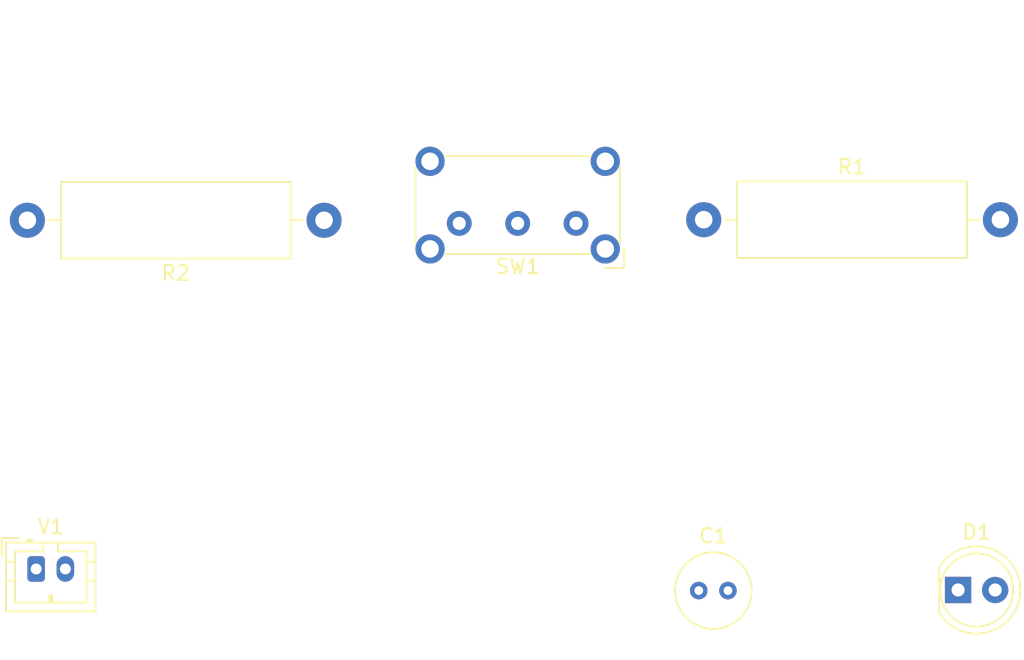
<source format=kicad_pcb>
(kicad_pcb (version 20211014) (generator pcbnew)
  (layers (0 "F.Cu" signal) (31 "B.Cu" signal) (34 "B.Paste" user) (35 "F.Paste" user) (36 "B.SilkS" user "B.Silkscreen") (37 "F.SilkS" user "F.Silkscreen") (38 "B.Mask" user) (39 "F.Mask" user) (44 "Edge.Cuts" user))
  (net 0 "")
  (net 1 "Net-(C1-Pad1)")
  (net 2 "Net-(C1-Pad2)")
  (net 3 "Net-(D1-Pad2)")
  (net 4 "Net-(R2-Pad1)")
  (net 5 "Net-(R2-Pad2)")
  (footprint "Button_Switch_THT:SW_E-Switch_EG1224_SPDT_Angled" (layer "F.Cu") (at 148.7375 71.3725 180)
    (fp_text reference "SW1" (at 4 -2.95) (layer "F.SilkS"))
    (fp_text value "s")
    (fp_line (start -0.95 -2.1) (end 8.95 -2.1) (layer "F.SilkS") (width 0.12))
    (fp_line (start 8.95 4.6) (end -0.95 4.6) (layer "F.SilkS") (width 0.12))
    (fp_line (start -3.3 -3.05) (end -2 -3.05) (layer "F.SilkS") (width 0.12))
    (fp_line (start 11 -1.35) (end 11 3.85) (layer "F.SilkS") (width 0.12))
    (fp_line (start -3.3 -1.75) (end -3.3 -3.05) (layer "F.SilkS") (width 0.12))
    (fp_line (start -3 3.85) (end -3 -1.35) (layer "F.SilkS") (width 0.12))
    (pad "" thru_hole circle (at -2 -1.75 180) (size 2 2) (drill 1.2) (layers *.Cu *.Mask))
    (pad "" thru_hole circle (at 10 4.25 180) (size 2 2) (drill 1.2) (layers *.Cu *.Mask))
    (pad "" thru_hole circle (at -2 4.25 180) (size 2 2) (drill 1.2) (layers *.Cu *.Mask))
    (pad "" thru_hole circle (at 10 -1.75 180) (size 2 2) (drill 1.2) (layers *.Cu *.Mask))
    (pad "1" thru_hole circle (at 0 0 180) (size 1.7 1.7) (drill 0.9) (layers *.Cu *.Mask))
    (pad "2" thru_hole circle (at 4 0 180) (size 1.7 1.7) (drill 0.9) (layers *.Cu *.Mask) (net 4 "Net-(R2-Pad1)"))
    (pad "3" thru_hole circle (at 8 0 180) (size 1.7 1.7) (drill 0.9) (layers *.Cu *.Mask) (net 1 "Net-(C1-Pad1)"))
  )
  (footprint "Capacitor_THT:C_Radial_D5.0mm_H5.0mm_P2.00mm" (layer "F.Cu") (at 157.14 96.52)
    (fp_text reference "C1" (at 1 -3.75) (layer "F.SilkS"))
    (fp_text value "4.7 µF")
    (fp_circle (center 1 0) (end 3.62 0) (layer "F.SilkS") (width 0.12) (fill none))
    (pad "1" thru_hole circle (at 0 0) (size 1.2 1.2) (drill 0.6) (layers *.Cu *.Mask) (net 1 "Net-(C1-Pad1)"))
    (pad "2" thru_hole circle (at 2 0) (size 1.2 1.2) (drill 0.6) (layers *.Cu *.Mask) (net 2 "Net-(C1-Pad2)"))
  )
  (footprint "Resistor_THT:R_Axial_DIN0516_L15.5mm_D5.0mm_P20.32mm_Horizontal" (layer "F.Cu") (at 157.48 71.12)
    (fp_text reference "R1" (at 10.16 -3.62) (layer "F.SilkS"))
    (fp_text value "20 kΩ")
    (fp_line (start 1.44 0) (end 2.29 0) (layer "F.SilkS") (width 0.12))
    (fp_line (start 18.88 0) (end 18.03 0) (layer "F.SilkS") (width 0.12))
    (fp_line (start 2.29 -2.62) (end 2.29 2.62) (layer "F.SilkS") (width 0.12))
    (fp_line (start 18.03 -2.62) (end 2.29 -2.62) (layer "F.SilkS") (width 0.12))
    (fp_line (start 18.03 2.62) (end 18.03 -2.62) (layer "F.SilkS") (width 0.12))
    (fp_line (start 2.29 2.62) (end 18.03 2.62) (layer "F.SilkS") (width 0.12))
    (pad "1" thru_hole circle (at 0 0) (size 2.4 2.4) (drill 1.2) (layers *.Cu *.Mask) (net 1 "Net-(C1-Pad1)"))
    (pad "2" thru_hole oval (at 20.32 0) (size 2.4 2.4) (drill 1.2) (layers *.Cu *.Mask) (net 3 "Net-(D1-Pad2)"))
  )
  (footprint "Connector_JST:JST_PH_B2B-PH-K_1x02_P2.00mm_Vertical" (layer "F.Cu") (at 111.76 95.04)
    (fp_text reference "V1" (at 1 -2.9) (layer "F.SilkS"))
    (fp_text value "9V")
    (fp_line (start 0.5 -1.81) (end 0.5 -1.2) (layer "F.SilkS") (width 0.12))
    (fp_line (start 1 2.3) (end 1 1.8) (layer "F.SilkS") (width 0.12))
    (fp_line (start 3.45 2.3) (end 3.45 -1.2) (layer "F.SilkS") (width 0.12))
    (fp_line (start -0.3 -1.81) (end -0.3 -2.01) (layer "F.SilkS") (width 0.12))
    (fp_line (start 3.45 -1.2) (end 1.5 -1.2) (layer "F.SilkS") (width 0.12))
    (fp_line (start -0.3 -2.01) (end -0.6 -2.01) (layer "F.SilkS") (width 0.12))
    (fp_line (start 0.5 -1.2) (end -1.45 -1.2) (layer "F.SilkS") (width 0.12))
    (fp_line (start -2.06 -0.5) (end -1.45 -0.5) (layer "F.SilkS") (width 0.12))
    (fp_line (start -2.36 -2.11) (end -2.36 -0.86) (layer "F.SilkS") (width 0.12))
    (fp_line (start -2.06 -1.81) (end -2.06 2.91) (layer "F.SilkS") (width 0.12))
    (fp_line (start 4.06 -0.5) (end 3.45 -0.5) (layer "F.SilkS") (width 0.12))
    (fp_line (start -1.45 2.3) (end 3.45 2.3) (layer "F.SilkS") (width 0.12))
    (fp_line (start 4.06 2.91) (end 4.06 -1.81) (layer "F.SilkS") (width 0.12))
    (fp_line (start -1.11 -2.11) (end -2.36 -2.11) (layer "F.SilkS") (width 0.12))
    (fp_line (start 1.1 1.8) (end 1.1 2.3) (layer "F.SilkS") (width 0.12))
    (fp_line (start 4.06 0.8) (end 3.45 0.8) (layer "F.SilkS") (width 0.12))
    (fp_line (start 4.06 -1.81) (end -2.06 -1.81) (layer "F.SilkS") (width 0.12))
    (fp_line (start 0.9 1.8) (end 1.1 1.8) (layer "F.SilkS") (width 0.12))
    (fp_line (start -2.06 2.91) (end 4.06 2.91) (layer "F.SilkS") (width 0.12))
    (fp_line (start -0.6 -2.01) (end -0.6 -1.81) (layer "F.SilkS") (width 0.12))
    (fp_line (start -1.45 -1.2) (end -1.45 2.3) (layer "F.SilkS") (width 0.12))
    (fp_line (start -2.06 0.8) (end -1.45 0.8) (layer "F.SilkS") (width 0.12))
    (fp_line (start 1.5 -1.2) (end 1.5 -1.81) (layer "F.SilkS") (width 0.12))
    (fp_line (start -0.3 -1.91) (end -0.6 -1.91) (layer "F.SilkS") (width 0.12))
    (fp_line (start 0.9 2.3) (end 0.9 1.8) (layer "F.SilkS") (width 0.12))
    (pad "1" thru_hole roundrect (at 0 0) (size 1.2 1.75) (drill 0.75) (layers *.Cu *.Mask) (roundrect_rratio 0.208333) (net 5 "Net-(R2-Pad2)"))
    (pad "2" thru_hole oval (at 2 0) (size 1.2 1.75) (drill 0.75) (layers *.Cu *.Mask) (net 2 "Net-(C1-Pad2)"))
  )
  (footprint "LED_THT:LED_D5.0mm" (layer "F.Cu") (at 174.9 96.48)
    (fp_text reference "D1" (at 1.27 -3.96) (layer "F.SilkS"))
    (fp_text value "LED")
    (fp_line (start -1.29 -1.545) (end -1.29 1.545) (layer "F.SilkS") (width 0.12))
    (fp_arc (start -1.29 -1.54483) (mid 2.072002 -2.880433) (end 4.26 0.000462) (layer "F.SilkS") (width 0.12))
    (fp_arc (start 4.26 -0.000462) (mid 2.072002 2.880433) (end -1.29 1.54483) (layer "F.SilkS") (width 0.12))
    (fp_circle (center 1.27 0) (end 3.77 0) (layer "F.SilkS") (width 0.12) (fill none))
    (pad "1" thru_hole rect (at 0 0) (size 1.8 1.8) (drill 0.9) (layers *.Cu *.Mask) (net 2 "Net-(C1-Pad2)"))
    (pad "2" thru_hole circle (at 2.54 0) (size 1.8 1.8) (drill 0.9) (layers *.Cu *.Mask) (net 3 "Net-(D1-Pad2)"))
  )
  (footprint "Resistor_THT:R_Axial_DIN0516_L15.5mm_D5.0mm_P20.32mm_Horizontal" (layer "F.Cu") (at 131.48 71.16 180)
    (fp_text reference "R2" (at 10.16 -3.62) (layer "F.SilkS"))
    (fp_text value "2.2 kΩ")
    (fp_line (start 2.29 2.62) (end 18.03 2.62) (layer "F.SilkS") (width 0.12))
    (fp_line (start 18.03 -2.62) (end 2.29 -2.62) (layer "F.SilkS") (width 0.12))
    (fp_line (start 18.88 0) (end 18.03 0) (layer "F.SilkS") (width 0.12))
    (fp_line (start 2.29 -2.62) (end 2.29 2.62) (layer "F.SilkS") (width 0.12))
    (fp_line (start 1.44 0) (end 2.29 0) (layer "F.SilkS") (width 0.12))
    (fp_line (start 18.03 2.62) (end 18.03 -2.62) (layer "F.SilkS") (width 0.12))
    (pad "1" thru_hole circle (at 0 0 180) (size 2.4 2.4) (drill 1.2) (layers *.Cu *.Mask) (net 4 "Net-(R2-Pad1)"))
    (pad "2" thru_hole oval (at 20.32 0 180) (size 2.4 2.4) (drill 1.2) (layers *.Cu *.Mask) (net 5 "Net-(R2-Pad2)"))
  )
)
</source>
